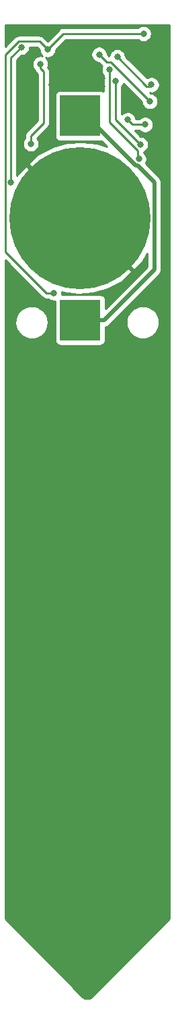
<source format=gbr>
G04 #@! TF.GenerationSoftware,KiCad,Pcbnew,(5.1.2-1)-1*
G04 #@! TF.CreationDate,2021-09-12T16:02:30+02:00*
G04 #@! TF.ProjectId,parasite,70617261-7369-4746-952e-6b696361645f,1.2.0*
G04 #@! TF.SameCoordinates,Original*
G04 #@! TF.FileFunction,Copper,L2,Bot*
G04 #@! TF.FilePolarity,Positive*
%FSLAX46Y46*%
G04 Gerber Fmt 4.6, Leading zero omitted, Abs format (unit mm)*
G04 Created by KiCad (PCBNEW (5.1.2-1)-1) date 2021-09-12 16:02:30*
%MOMM*%
%LPD*%
G04 APERTURE LIST*
%ADD10C,17.800000*%
%ADD11R,5.100000X5.100000*%
%ADD12C,0.800000*%
%ADD13C,0.250000*%
%ADD14C,0.500000*%
%ADD15C,0.254000*%
G04 APERTURE END LIST*
D10*
X67100000Y-54900000D03*
D11*
X67100000Y-42100000D03*
X67100000Y-67700000D03*
D12*
X68700000Y-60700000D03*
X65800000Y-61100000D03*
X74800000Y-53800000D03*
X74800000Y-54700000D03*
X71300000Y-52400000D03*
X72200000Y-52400000D03*
X63500000Y-51400000D03*
X63500000Y-50500000D03*
X63500000Y-49600000D03*
X67198744Y-55038241D03*
X64100000Y-55237500D03*
X65862500Y-55237500D03*
X63500000Y-38200000D03*
X64700000Y-38200000D03*
X65800000Y-38200000D03*
X67100000Y-38200000D03*
X63600000Y-41600000D03*
X63600000Y-42700000D03*
X69900000Y-37400000D03*
X69900000Y-38400000D03*
X58500000Y-31300000D03*
X58500000Y-32200000D03*
X67100000Y-67700000D03*
X67800000Y-67000000D03*
X68550000Y-66250000D03*
X63000000Y-33800000D03*
X75100000Y-31800000D03*
X63800000Y-64300000D03*
X62100000Y-35600000D03*
X60900000Y-45600000D03*
X58400000Y-50400000D03*
X59699999Y-33500000D03*
X71800000Y-34700000D03*
X76100000Y-38200000D03*
X69500000Y-34400000D03*
X75900000Y-40300000D03*
X69500000Y-34400000D03*
X75300000Y-43200000D03*
X73119000Y-42600000D03*
X74700000Y-45700000D03*
X71600000Y-37700000D03*
X70800000Y-36300000D03*
X74493886Y-47510431D03*
D13*
X63225000Y-38275000D02*
X63300000Y-38200000D01*
X63200000Y-38200000D02*
X64500000Y-38200000D01*
X65800000Y-38200000D02*
X67100000Y-38200000D01*
D14*
X76450001Y-61399999D02*
X76450001Y-50450001D01*
X70150000Y-67700000D02*
X76450001Y-61399999D01*
X67100000Y-67700000D02*
X70150000Y-67700000D01*
X67825453Y-42100000D02*
X67100000Y-42100000D01*
X74085885Y-48360432D02*
X67825453Y-42100000D01*
X74360432Y-48360432D02*
X74085885Y-48360432D01*
X76450001Y-50450001D02*
X74360432Y-48360432D01*
D13*
X65000000Y-31800000D02*
X75100000Y-31800000D01*
X63000000Y-33800000D02*
X65000000Y-31800000D01*
X62846998Y-64300000D02*
X63800000Y-64300000D01*
X59351998Y-32774999D02*
X57674999Y-34451998D01*
X57674999Y-59128001D02*
X62846998Y-64300000D01*
X57674999Y-34451998D02*
X57674999Y-59128001D01*
X61974999Y-32774999D02*
X59351998Y-32774999D01*
X63000000Y-33800000D02*
X61974999Y-32774999D01*
X62100000Y-36165685D02*
X62500000Y-36565685D01*
X62100000Y-35600000D02*
X62100000Y-36165685D01*
X62500000Y-36565685D02*
X62500000Y-43000000D01*
X62500000Y-43000000D02*
X60900000Y-44600000D01*
X60900000Y-44600000D02*
X60900000Y-45600000D01*
X58400000Y-34799999D02*
X58400000Y-50400000D01*
X59699999Y-33500000D02*
X58400000Y-34799999D01*
X71800000Y-34700000D02*
X75500000Y-38400000D01*
X75900000Y-38400000D02*
X76100000Y-38200000D01*
X75500000Y-38400000D02*
X75900000Y-38400000D01*
X71000001Y-35400001D02*
X75900000Y-40300000D01*
X69500000Y-34400000D02*
X69899999Y-34799999D01*
X70500001Y-35400001D02*
X69500000Y-34400000D01*
X71000001Y-35400001D02*
X70500001Y-35400001D01*
X73719000Y-43200000D02*
X73119000Y-42600000D01*
X75300000Y-43200000D02*
X73719000Y-43200000D01*
X74700000Y-45700000D02*
X71600000Y-42600000D01*
X71600000Y-42600000D02*
X71600000Y-37700000D01*
X74400000Y-47500000D02*
X74400000Y-46500000D01*
X74400000Y-46500000D02*
X70800000Y-42900000D01*
X70800000Y-42900000D02*
X70800000Y-36300000D01*
D15*
G36*
X78340000Y-142726619D02*
G01*
X68556139Y-152510479D01*
X68417802Y-152624109D01*
X68288623Y-152693375D01*
X68148451Y-152736230D01*
X68002623Y-152751043D01*
X67856695Y-152737248D01*
X67716222Y-152695371D01*
X67586563Y-152627010D01*
X67448982Y-152515599D01*
X57660000Y-142726620D01*
X57660000Y-68029240D01*
X58905990Y-68029240D01*
X58951550Y-68435412D01*
X59075134Y-68824999D01*
X59272036Y-69183162D01*
X59534755Y-69496259D01*
X59853285Y-69752364D01*
X60215494Y-69941721D01*
X60607583Y-70057120D01*
X61014620Y-70094163D01*
X61421100Y-70051440D01*
X61811541Y-69930579D01*
X62171070Y-69736182D01*
X62485993Y-69475655D01*
X62744315Y-69158920D01*
X62936197Y-68798043D01*
X63054330Y-68406768D01*
X63094214Y-68000000D01*
X63093397Y-67941526D01*
X63042171Y-67536030D01*
X62913160Y-67148206D01*
X62711276Y-66792827D01*
X62444211Y-66483429D01*
X62122136Y-66231797D01*
X61757319Y-66047514D01*
X61363656Y-65937602D01*
X60956142Y-65906245D01*
X60550298Y-65954639D01*
X60161583Y-66080940D01*
X59804804Y-66280338D01*
X59493549Y-66545237D01*
X59239674Y-66865547D01*
X59052849Y-67229068D01*
X58940191Y-67621954D01*
X58905990Y-68029240D01*
X57660000Y-68029240D01*
X57660000Y-60187803D01*
X62283199Y-64811003D01*
X62306997Y-64840001D01*
X62335995Y-64863799D01*
X62422721Y-64934974D01*
X62554751Y-65005546D01*
X62698012Y-65049003D01*
X62809665Y-65060000D01*
X62809674Y-65060000D01*
X62846997Y-65063676D01*
X62884320Y-65060000D01*
X63096289Y-65060000D01*
X63140226Y-65103937D01*
X63309744Y-65217205D01*
X63498102Y-65295226D01*
X63698061Y-65335000D01*
X63901939Y-65335000D01*
X63911928Y-65333013D01*
X63911928Y-70250000D01*
X63924188Y-70374482D01*
X63960498Y-70494180D01*
X64019463Y-70604494D01*
X64098815Y-70701185D01*
X64195506Y-70780537D01*
X64305820Y-70839502D01*
X64425518Y-70875812D01*
X64550000Y-70888072D01*
X69650000Y-70888072D01*
X69774482Y-70875812D01*
X69894180Y-70839502D01*
X70004494Y-70780537D01*
X70101185Y-70701185D01*
X70180537Y-70604494D01*
X70239502Y-70494180D01*
X70275812Y-70374482D01*
X70288072Y-70250000D01*
X70288072Y-68575683D01*
X70323490Y-68572195D01*
X70490313Y-68521589D01*
X70644059Y-68439411D01*
X70778817Y-68328817D01*
X70806534Y-68295044D01*
X71072338Y-68029240D01*
X72905990Y-68029240D01*
X72951550Y-68435412D01*
X73075134Y-68824999D01*
X73272036Y-69183162D01*
X73534755Y-69496259D01*
X73853285Y-69752364D01*
X74215494Y-69941721D01*
X74607583Y-70057120D01*
X75014620Y-70094163D01*
X75421100Y-70051440D01*
X75811541Y-69930579D01*
X76171070Y-69736182D01*
X76485993Y-69475655D01*
X76744315Y-69158920D01*
X76936197Y-68798043D01*
X77054330Y-68406768D01*
X77094214Y-68000000D01*
X77093397Y-67941526D01*
X77042171Y-67536030D01*
X76913160Y-67148206D01*
X76711276Y-66792827D01*
X76444211Y-66483429D01*
X76122136Y-66231797D01*
X75757319Y-66047514D01*
X75363656Y-65937602D01*
X74956142Y-65906245D01*
X74550298Y-65954639D01*
X74161583Y-66080940D01*
X73804804Y-66280338D01*
X73493549Y-66545237D01*
X73239674Y-66865547D01*
X73052849Y-67229068D01*
X72940191Y-67621954D01*
X72905990Y-68029240D01*
X71072338Y-68029240D01*
X77045052Y-62056527D01*
X77078818Y-62028816D01*
X77189412Y-61894058D01*
X77271590Y-61740312D01*
X77322196Y-61573489D01*
X77335001Y-61443476D01*
X77335001Y-61443468D01*
X77339282Y-61399999D01*
X77335001Y-61356530D01*
X77335001Y-50493470D01*
X77339282Y-50450001D01*
X77335001Y-50406532D01*
X77335001Y-50406524D01*
X77322196Y-50276511D01*
X77271590Y-50109688D01*
X77189412Y-49955942D01*
X77078818Y-49821184D01*
X77045050Y-49793471D01*
X75347474Y-48095896D01*
X75411091Y-48000687D01*
X75489112Y-47812329D01*
X75528886Y-47612370D01*
X75528886Y-47408492D01*
X75489112Y-47208533D01*
X75411091Y-47020175D01*
X75297823Y-46850657D01*
X75160000Y-46712834D01*
X75160000Y-46629738D01*
X75190256Y-46617205D01*
X75359774Y-46503937D01*
X75503937Y-46359774D01*
X75617205Y-46190256D01*
X75695226Y-46001898D01*
X75735000Y-45801939D01*
X75735000Y-45598061D01*
X75695226Y-45398102D01*
X75617205Y-45209744D01*
X75503937Y-45040226D01*
X75359774Y-44896063D01*
X75190256Y-44782795D01*
X75001898Y-44704774D01*
X74801939Y-44665000D01*
X74739802Y-44665000D01*
X74034802Y-43960000D01*
X74596289Y-43960000D01*
X74640226Y-44003937D01*
X74809744Y-44117205D01*
X74998102Y-44195226D01*
X75198061Y-44235000D01*
X75401939Y-44235000D01*
X75601898Y-44195226D01*
X75790256Y-44117205D01*
X75959774Y-44003937D01*
X76103937Y-43859774D01*
X76217205Y-43690256D01*
X76295226Y-43501898D01*
X76335000Y-43301939D01*
X76335000Y-43098061D01*
X76295226Y-42898102D01*
X76217205Y-42709744D01*
X76103937Y-42540226D01*
X75959774Y-42396063D01*
X75790256Y-42282795D01*
X75601898Y-42204774D01*
X75401939Y-42165000D01*
X75198061Y-42165000D01*
X74998102Y-42204774D01*
X74809744Y-42282795D01*
X74640226Y-42396063D01*
X74596289Y-42440000D01*
X74142451Y-42440000D01*
X74114226Y-42298102D01*
X74036205Y-42109744D01*
X73922937Y-41940226D01*
X73778774Y-41796063D01*
X73609256Y-41682795D01*
X73420898Y-41604774D01*
X73220939Y-41565000D01*
X73017061Y-41565000D01*
X72817102Y-41604774D01*
X72628744Y-41682795D01*
X72459226Y-41796063D01*
X72360000Y-41895289D01*
X72360000Y-38403711D01*
X72403937Y-38359774D01*
X72517205Y-38190256D01*
X72575271Y-38050073D01*
X74865000Y-40339802D01*
X74865000Y-40401939D01*
X74904774Y-40601898D01*
X74982795Y-40790256D01*
X75096063Y-40959774D01*
X75240226Y-41103937D01*
X75409744Y-41217205D01*
X75598102Y-41295226D01*
X75798061Y-41335000D01*
X76001939Y-41335000D01*
X76201898Y-41295226D01*
X76390256Y-41217205D01*
X76559774Y-41103937D01*
X76703937Y-40959774D01*
X76817205Y-40790256D01*
X76895226Y-40601898D01*
X76935000Y-40401939D01*
X76935000Y-40198061D01*
X76895226Y-39998102D01*
X76817205Y-39809744D01*
X76703937Y-39640226D01*
X76559774Y-39496063D01*
X76390256Y-39382795D01*
X76201898Y-39304774D01*
X76001939Y-39265000D01*
X75939802Y-39265000D01*
X75887887Y-39213085D01*
X75998061Y-39235000D01*
X76201939Y-39235000D01*
X76401898Y-39195226D01*
X76590256Y-39117205D01*
X76759774Y-39003937D01*
X76903937Y-38859774D01*
X77017205Y-38690256D01*
X77095226Y-38501898D01*
X77135000Y-38301939D01*
X77135000Y-38098061D01*
X77095226Y-37898102D01*
X77017205Y-37709744D01*
X76903937Y-37540226D01*
X76759774Y-37396063D01*
X76590256Y-37282795D01*
X76401898Y-37204774D01*
X76201939Y-37165000D01*
X75998061Y-37165000D01*
X75798102Y-37204774D01*
X75609744Y-37282795D01*
X75518538Y-37343736D01*
X72835000Y-34660199D01*
X72835000Y-34598061D01*
X72795226Y-34398102D01*
X72717205Y-34209744D01*
X72603937Y-34040226D01*
X72459774Y-33896063D01*
X72290256Y-33782795D01*
X72101898Y-33704774D01*
X71901939Y-33665000D01*
X71698061Y-33665000D01*
X71498102Y-33704774D01*
X71309744Y-33782795D01*
X71140226Y-33896063D01*
X70996063Y-34040226D01*
X70882795Y-34209744D01*
X70804774Y-34398102D01*
X70766305Y-34591503D01*
X70535000Y-34360199D01*
X70535000Y-34298061D01*
X70495226Y-34098102D01*
X70417205Y-33909744D01*
X70303937Y-33740226D01*
X70159774Y-33596063D01*
X69990256Y-33482795D01*
X69801898Y-33404774D01*
X69601939Y-33365000D01*
X69398061Y-33365000D01*
X69198102Y-33404774D01*
X69009744Y-33482795D01*
X68840226Y-33596063D01*
X68696063Y-33740226D01*
X68582795Y-33909744D01*
X68504774Y-34098102D01*
X68465000Y-34298061D01*
X68465000Y-34501939D01*
X68504774Y-34701898D01*
X68582795Y-34890256D01*
X68696063Y-35059774D01*
X68840226Y-35203937D01*
X69009744Y-35317205D01*
X69198102Y-35395226D01*
X69398061Y-35435000D01*
X69460199Y-35435000D01*
X69868779Y-35843581D01*
X69804774Y-35998102D01*
X69765000Y-36198061D01*
X69765000Y-36401939D01*
X69804774Y-36601898D01*
X69882795Y-36790256D01*
X69996063Y-36959774D01*
X70040001Y-37003712D01*
X70040001Y-39048602D01*
X70004494Y-39019463D01*
X69894180Y-38960498D01*
X69774482Y-38924188D01*
X69650000Y-38911928D01*
X64550000Y-38911928D01*
X64425518Y-38924188D01*
X64305820Y-38960498D01*
X64195506Y-39019463D01*
X64098815Y-39098815D01*
X64019463Y-39195506D01*
X63960498Y-39305820D01*
X63924188Y-39425518D01*
X63911928Y-39550000D01*
X63911928Y-44650000D01*
X63924188Y-44774482D01*
X63960498Y-44894180D01*
X64019463Y-45004494D01*
X64098815Y-45101185D01*
X64195506Y-45180537D01*
X64305820Y-45239502D01*
X64425518Y-45275812D01*
X64550000Y-45288072D01*
X69650000Y-45288072D01*
X69751910Y-45278035D01*
X70433997Y-45960123D01*
X69212984Y-45554762D01*
X67349218Y-45322106D01*
X65475875Y-45457522D01*
X63664946Y-45955808D01*
X61986024Y-46797814D01*
X61571590Y-47074730D01*
X60527775Y-48148170D01*
X67100000Y-54720395D01*
X67114143Y-54706253D01*
X67293748Y-54885858D01*
X67279605Y-54900000D01*
X73851830Y-61472225D01*
X74925270Y-60428410D01*
X75565001Y-59302989D01*
X75565001Y-61033420D01*
X70288072Y-66310350D01*
X70288072Y-65150000D01*
X70275812Y-65025518D01*
X70239502Y-64905820D01*
X70180537Y-64795506D01*
X70101185Y-64698815D01*
X70004494Y-64619463D01*
X69894180Y-64560498D01*
X69774482Y-64524188D01*
X69650000Y-64511928D01*
X64813122Y-64511928D01*
X64835000Y-64401939D01*
X64835000Y-64198061D01*
X64834299Y-64194538D01*
X64987016Y-64245238D01*
X66850782Y-64477894D01*
X68724125Y-64342478D01*
X70535054Y-63844192D01*
X72213976Y-63002186D01*
X72628410Y-62725270D01*
X73672225Y-61651830D01*
X67100000Y-55079605D01*
X67085858Y-55093748D01*
X66906253Y-54914143D01*
X66920395Y-54900000D01*
X60348170Y-48327775D01*
X59274730Y-49371590D01*
X59160000Y-49573424D01*
X59160000Y-35114800D01*
X59739801Y-34535000D01*
X59801938Y-34535000D01*
X60001897Y-34495226D01*
X60190255Y-34417205D01*
X60359773Y-34303937D01*
X60503936Y-34159774D01*
X60617204Y-33990256D01*
X60695225Y-33801898D01*
X60734999Y-33601939D01*
X60734999Y-33534999D01*
X61660198Y-33534999D01*
X61965000Y-33839802D01*
X61965000Y-33901939D01*
X62004774Y-34101898D01*
X62082795Y-34290256D01*
X62196063Y-34459774D01*
X62325958Y-34589669D01*
X62201939Y-34565000D01*
X61998061Y-34565000D01*
X61798102Y-34604774D01*
X61609744Y-34682795D01*
X61440226Y-34796063D01*
X61296063Y-34940226D01*
X61182795Y-35109744D01*
X61104774Y-35298102D01*
X61065000Y-35498061D01*
X61065000Y-35701939D01*
X61104774Y-35901898D01*
X61182795Y-36090256D01*
X61296063Y-36259774D01*
X61351013Y-36314724D01*
X61394454Y-36457932D01*
X61419037Y-36503921D01*
X61465026Y-36589961D01*
X61526610Y-36665000D01*
X61560000Y-36705686D01*
X61588998Y-36729484D01*
X61740000Y-36880487D01*
X61740001Y-42685197D01*
X60389003Y-44036196D01*
X60359999Y-44059999D01*
X60313052Y-44117205D01*
X60265026Y-44175724D01*
X60254602Y-44195226D01*
X60194454Y-44307754D01*
X60150997Y-44451015D01*
X60140000Y-44562668D01*
X60140000Y-44562678D01*
X60136324Y-44600000D01*
X60140000Y-44637323D01*
X60140000Y-44896289D01*
X60096063Y-44940226D01*
X59982795Y-45109744D01*
X59904774Y-45298102D01*
X59865000Y-45498061D01*
X59865000Y-45701939D01*
X59904774Y-45901898D01*
X59982795Y-46090256D01*
X60096063Y-46259774D01*
X60240226Y-46403937D01*
X60409744Y-46517205D01*
X60598102Y-46595226D01*
X60798061Y-46635000D01*
X61001939Y-46635000D01*
X61201898Y-46595226D01*
X61390256Y-46517205D01*
X61559774Y-46403937D01*
X61703937Y-46259774D01*
X61817205Y-46090256D01*
X61895226Y-45901898D01*
X61935000Y-45701939D01*
X61935000Y-45498061D01*
X61895226Y-45298102D01*
X61817205Y-45109744D01*
X61703937Y-44940226D01*
X61669256Y-44905545D01*
X63011003Y-43563799D01*
X63040001Y-43540001D01*
X63134974Y-43424276D01*
X63205546Y-43292247D01*
X63249003Y-43148986D01*
X63260000Y-43037333D01*
X63260000Y-43037325D01*
X63263676Y-43000000D01*
X63260000Y-42962675D01*
X63260000Y-36603007D01*
X63263676Y-36565684D01*
X63260000Y-36528361D01*
X63260000Y-36528352D01*
X63249003Y-36416699D01*
X63205546Y-36273438D01*
X63134974Y-36141409D01*
X63042627Y-36028883D01*
X63095226Y-35901898D01*
X63135000Y-35701939D01*
X63135000Y-35498061D01*
X63095226Y-35298102D01*
X63017205Y-35109744D01*
X62903937Y-34940226D01*
X62774042Y-34810331D01*
X62898061Y-34835000D01*
X63101939Y-34835000D01*
X63301898Y-34795226D01*
X63490256Y-34717205D01*
X63659774Y-34603937D01*
X63803937Y-34459774D01*
X63917205Y-34290256D01*
X63995226Y-34101898D01*
X64035000Y-33901939D01*
X64035000Y-33839801D01*
X65314802Y-32560000D01*
X74396289Y-32560000D01*
X74440226Y-32603937D01*
X74609744Y-32717205D01*
X74798102Y-32795226D01*
X74998061Y-32835000D01*
X75201939Y-32835000D01*
X75401898Y-32795226D01*
X75590256Y-32717205D01*
X75759774Y-32603937D01*
X75903937Y-32459774D01*
X76017205Y-32290256D01*
X76095226Y-32101898D01*
X76135000Y-31901939D01*
X76135000Y-31698061D01*
X76095226Y-31498102D01*
X76017205Y-31309744D01*
X75903937Y-31140226D01*
X75759774Y-30996063D01*
X75590256Y-30882795D01*
X75401898Y-30804774D01*
X75201939Y-30765000D01*
X74998061Y-30765000D01*
X74798102Y-30804774D01*
X74609744Y-30882795D01*
X74440226Y-30996063D01*
X74396289Y-31040000D01*
X65037322Y-31040000D01*
X64999999Y-31036324D01*
X64962676Y-31040000D01*
X64962667Y-31040000D01*
X64851014Y-31050997D01*
X64707753Y-31094454D01*
X64575723Y-31165026D01*
X64492083Y-31233668D01*
X64459999Y-31259999D01*
X64436201Y-31288997D01*
X63000000Y-32725199D01*
X62538803Y-32264001D01*
X62515000Y-32234998D01*
X62399275Y-32140025D01*
X62267246Y-32069453D01*
X62123985Y-32025996D01*
X62012332Y-32014999D01*
X62012321Y-32014999D01*
X61974999Y-32011323D01*
X61937677Y-32014999D01*
X59389323Y-32014999D01*
X59351998Y-32011323D01*
X59314673Y-32014999D01*
X59314665Y-32014999D01*
X59203012Y-32025996D01*
X59059751Y-32069453D01*
X58927722Y-32140025D01*
X58811997Y-32234998D01*
X58788199Y-32263996D01*
X57660000Y-33392196D01*
X57660000Y-30727000D01*
X78340001Y-30727000D01*
X78340000Y-142726619D01*
X78340000Y-142726619D01*
G37*
X78340000Y-142726619D02*
X68556139Y-152510479D01*
X68417802Y-152624109D01*
X68288623Y-152693375D01*
X68148451Y-152736230D01*
X68002623Y-152751043D01*
X67856695Y-152737248D01*
X67716222Y-152695371D01*
X67586563Y-152627010D01*
X67448982Y-152515599D01*
X57660000Y-142726620D01*
X57660000Y-68029240D01*
X58905990Y-68029240D01*
X58951550Y-68435412D01*
X59075134Y-68824999D01*
X59272036Y-69183162D01*
X59534755Y-69496259D01*
X59853285Y-69752364D01*
X60215494Y-69941721D01*
X60607583Y-70057120D01*
X61014620Y-70094163D01*
X61421100Y-70051440D01*
X61811541Y-69930579D01*
X62171070Y-69736182D01*
X62485993Y-69475655D01*
X62744315Y-69158920D01*
X62936197Y-68798043D01*
X63054330Y-68406768D01*
X63094214Y-68000000D01*
X63093397Y-67941526D01*
X63042171Y-67536030D01*
X62913160Y-67148206D01*
X62711276Y-66792827D01*
X62444211Y-66483429D01*
X62122136Y-66231797D01*
X61757319Y-66047514D01*
X61363656Y-65937602D01*
X60956142Y-65906245D01*
X60550298Y-65954639D01*
X60161583Y-66080940D01*
X59804804Y-66280338D01*
X59493549Y-66545237D01*
X59239674Y-66865547D01*
X59052849Y-67229068D01*
X58940191Y-67621954D01*
X58905990Y-68029240D01*
X57660000Y-68029240D01*
X57660000Y-60187803D01*
X62283199Y-64811003D01*
X62306997Y-64840001D01*
X62335995Y-64863799D01*
X62422721Y-64934974D01*
X62554751Y-65005546D01*
X62698012Y-65049003D01*
X62809665Y-65060000D01*
X62809674Y-65060000D01*
X62846997Y-65063676D01*
X62884320Y-65060000D01*
X63096289Y-65060000D01*
X63140226Y-65103937D01*
X63309744Y-65217205D01*
X63498102Y-65295226D01*
X63698061Y-65335000D01*
X63901939Y-65335000D01*
X63911928Y-65333013D01*
X63911928Y-70250000D01*
X63924188Y-70374482D01*
X63960498Y-70494180D01*
X64019463Y-70604494D01*
X64098815Y-70701185D01*
X64195506Y-70780537D01*
X64305820Y-70839502D01*
X64425518Y-70875812D01*
X64550000Y-70888072D01*
X69650000Y-70888072D01*
X69774482Y-70875812D01*
X69894180Y-70839502D01*
X70004494Y-70780537D01*
X70101185Y-70701185D01*
X70180537Y-70604494D01*
X70239502Y-70494180D01*
X70275812Y-70374482D01*
X70288072Y-70250000D01*
X70288072Y-68575683D01*
X70323490Y-68572195D01*
X70490313Y-68521589D01*
X70644059Y-68439411D01*
X70778817Y-68328817D01*
X70806534Y-68295044D01*
X71072338Y-68029240D01*
X72905990Y-68029240D01*
X72951550Y-68435412D01*
X73075134Y-68824999D01*
X73272036Y-69183162D01*
X73534755Y-69496259D01*
X73853285Y-69752364D01*
X74215494Y-69941721D01*
X74607583Y-70057120D01*
X75014620Y-70094163D01*
X75421100Y-70051440D01*
X75811541Y-69930579D01*
X76171070Y-69736182D01*
X76485993Y-69475655D01*
X76744315Y-69158920D01*
X76936197Y-68798043D01*
X77054330Y-68406768D01*
X77094214Y-68000000D01*
X77093397Y-67941526D01*
X77042171Y-67536030D01*
X76913160Y-67148206D01*
X76711276Y-66792827D01*
X76444211Y-66483429D01*
X76122136Y-66231797D01*
X75757319Y-66047514D01*
X75363656Y-65937602D01*
X74956142Y-65906245D01*
X74550298Y-65954639D01*
X74161583Y-66080940D01*
X73804804Y-66280338D01*
X73493549Y-66545237D01*
X73239674Y-66865547D01*
X73052849Y-67229068D01*
X72940191Y-67621954D01*
X72905990Y-68029240D01*
X71072338Y-68029240D01*
X77045052Y-62056527D01*
X77078818Y-62028816D01*
X77189412Y-61894058D01*
X77271590Y-61740312D01*
X77322196Y-61573489D01*
X77335001Y-61443476D01*
X77335001Y-61443468D01*
X77339282Y-61399999D01*
X77335001Y-61356530D01*
X77335001Y-50493470D01*
X77339282Y-50450001D01*
X77335001Y-50406532D01*
X77335001Y-50406524D01*
X77322196Y-50276511D01*
X77271590Y-50109688D01*
X77189412Y-49955942D01*
X77078818Y-49821184D01*
X77045050Y-49793471D01*
X75347474Y-48095896D01*
X75411091Y-48000687D01*
X75489112Y-47812329D01*
X75528886Y-47612370D01*
X75528886Y-47408492D01*
X75489112Y-47208533D01*
X75411091Y-47020175D01*
X75297823Y-46850657D01*
X75160000Y-46712834D01*
X75160000Y-46629738D01*
X75190256Y-46617205D01*
X75359774Y-46503937D01*
X75503937Y-46359774D01*
X75617205Y-46190256D01*
X75695226Y-46001898D01*
X75735000Y-45801939D01*
X75735000Y-45598061D01*
X75695226Y-45398102D01*
X75617205Y-45209744D01*
X75503937Y-45040226D01*
X75359774Y-44896063D01*
X75190256Y-44782795D01*
X75001898Y-44704774D01*
X74801939Y-44665000D01*
X74739802Y-44665000D01*
X74034802Y-43960000D01*
X74596289Y-43960000D01*
X74640226Y-44003937D01*
X74809744Y-44117205D01*
X74998102Y-44195226D01*
X75198061Y-44235000D01*
X75401939Y-44235000D01*
X75601898Y-44195226D01*
X75790256Y-44117205D01*
X75959774Y-44003937D01*
X76103937Y-43859774D01*
X76217205Y-43690256D01*
X76295226Y-43501898D01*
X76335000Y-43301939D01*
X76335000Y-43098061D01*
X76295226Y-42898102D01*
X76217205Y-42709744D01*
X76103937Y-42540226D01*
X75959774Y-42396063D01*
X75790256Y-42282795D01*
X75601898Y-42204774D01*
X75401939Y-42165000D01*
X75198061Y-42165000D01*
X74998102Y-42204774D01*
X74809744Y-42282795D01*
X74640226Y-42396063D01*
X74596289Y-42440000D01*
X74142451Y-42440000D01*
X74114226Y-42298102D01*
X74036205Y-42109744D01*
X73922937Y-41940226D01*
X73778774Y-41796063D01*
X73609256Y-41682795D01*
X73420898Y-41604774D01*
X73220939Y-41565000D01*
X73017061Y-41565000D01*
X72817102Y-41604774D01*
X72628744Y-41682795D01*
X72459226Y-41796063D01*
X72360000Y-41895289D01*
X72360000Y-38403711D01*
X72403937Y-38359774D01*
X72517205Y-38190256D01*
X72575271Y-38050073D01*
X74865000Y-40339802D01*
X74865000Y-40401939D01*
X74904774Y-40601898D01*
X74982795Y-40790256D01*
X75096063Y-40959774D01*
X75240226Y-41103937D01*
X75409744Y-41217205D01*
X75598102Y-41295226D01*
X75798061Y-41335000D01*
X76001939Y-41335000D01*
X76201898Y-41295226D01*
X76390256Y-41217205D01*
X76559774Y-41103937D01*
X76703937Y-40959774D01*
X76817205Y-40790256D01*
X76895226Y-40601898D01*
X76935000Y-40401939D01*
X76935000Y-40198061D01*
X76895226Y-39998102D01*
X76817205Y-39809744D01*
X76703937Y-39640226D01*
X76559774Y-39496063D01*
X76390256Y-39382795D01*
X76201898Y-39304774D01*
X76001939Y-39265000D01*
X75939802Y-39265000D01*
X75887887Y-39213085D01*
X75998061Y-39235000D01*
X76201939Y-39235000D01*
X76401898Y-39195226D01*
X76590256Y-39117205D01*
X76759774Y-39003937D01*
X76903937Y-38859774D01*
X77017205Y-38690256D01*
X77095226Y-38501898D01*
X77135000Y-38301939D01*
X77135000Y-38098061D01*
X77095226Y-37898102D01*
X77017205Y-37709744D01*
X76903937Y-37540226D01*
X76759774Y-37396063D01*
X76590256Y-37282795D01*
X76401898Y-37204774D01*
X76201939Y-37165000D01*
X75998061Y-37165000D01*
X75798102Y-37204774D01*
X75609744Y-37282795D01*
X75518538Y-37343736D01*
X72835000Y-34660199D01*
X72835000Y-34598061D01*
X72795226Y-34398102D01*
X72717205Y-34209744D01*
X72603937Y-34040226D01*
X72459774Y-33896063D01*
X72290256Y-33782795D01*
X72101898Y-33704774D01*
X71901939Y-33665000D01*
X71698061Y-33665000D01*
X71498102Y-33704774D01*
X71309744Y-33782795D01*
X71140226Y-33896063D01*
X70996063Y-34040226D01*
X70882795Y-34209744D01*
X70804774Y-34398102D01*
X70766305Y-34591503D01*
X70535000Y-34360199D01*
X70535000Y-34298061D01*
X70495226Y-34098102D01*
X70417205Y-33909744D01*
X70303937Y-33740226D01*
X70159774Y-33596063D01*
X69990256Y-33482795D01*
X69801898Y-33404774D01*
X69601939Y-33365000D01*
X69398061Y-33365000D01*
X69198102Y-33404774D01*
X69009744Y-33482795D01*
X68840226Y-33596063D01*
X68696063Y-33740226D01*
X68582795Y-33909744D01*
X68504774Y-34098102D01*
X68465000Y-34298061D01*
X68465000Y-34501939D01*
X68504774Y-34701898D01*
X68582795Y-34890256D01*
X68696063Y-35059774D01*
X68840226Y-35203937D01*
X69009744Y-35317205D01*
X69198102Y-35395226D01*
X69398061Y-35435000D01*
X69460199Y-35435000D01*
X69868779Y-35843581D01*
X69804774Y-35998102D01*
X69765000Y-36198061D01*
X69765000Y-36401939D01*
X69804774Y-36601898D01*
X69882795Y-36790256D01*
X69996063Y-36959774D01*
X70040001Y-37003712D01*
X70040001Y-39048602D01*
X70004494Y-39019463D01*
X69894180Y-38960498D01*
X69774482Y-38924188D01*
X69650000Y-38911928D01*
X64550000Y-38911928D01*
X64425518Y-38924188D01*
X64305820Y-38960498D01*
X64195506Y-39019463D01*
X64098815Y-39098815D01*
X64019463Y-39195506D01*
X63960498Y-39305820D01*
X63924188Y-39425518D01*
X63911928Y-39550000D01*
X63911928Y-44650000D01*
X63924188Y-44774482D01*
X63960498Y-44894180D01*
X64019463Y-45004494D01*
X64098815Y-45101185D01*
X64195506Y-45180537D01*
X64305820Y-45239502D01*
X64425518Y-45275812D01*
X64550000Y-45288072D01*
X69650000Y-45288072D01*
X69751910Y-45278035D01*
X70433997Y-45960123D01*
X69212984Y-45554762D01*
X67349218Y-45322106D01*
X65475875Y-45457522D01*
X63664946Y-45955808D01*
X61986024Y-46797814D01*
X61571590Y-47074730D01*
X60527775Y-48148170D01*
X67100000Y-54720395D01*
X67114143Y-54706253D01*
X67293748Y-54885858D01*
X67279605Y-54900000D01*
X73851830Y-61472225D01*
X74925270Y-60428410D01*
X75565001Y-59302989D01*
X75565001Y-61033420D01*
X70288072Y-66310350D01*
X70288072Y-65150000D01*
X70275812Y-65025518D01*
X70239502Y-64905820D01*
X70180537Y-64795506D01*
X70101185Y-64698815D01*
X70004494Y-64619463D01*
X69894180Y-64560498D01*
X69774482Y-64524188D01*
X69650000Y-64511928D01*
X64813122Y-64511928D01*
X64835000Y-64401939D01*
X64835000Y-64198061D01*
X64834299Y-64194538D01*
X64987016Y-64245238D01*
X66850782Y-64477894D01*
X68724125Y-64342478D01*
X70535054Y-63844192D01*
X72213976Y-63002186D01*
X72628410Y-62725270D01*
X73672225Y-61651830D01*
X67100000Y-55079605D01*
X67085858Y-55093748D01*
X66906253Y-54914143D01*
X66920395Y-54900000D01*
X60348170Y-48327775D01*
X59274730Y-49371590D01*
X59160000Y-49573424D01*
X59160000Y-35114800D01*
X59739801Y-34535000D01*
X59801938Y-34535000D01*
X60001897Y-34495226D01*
X60190255Y-34417205D01*
X60359773Y-34303937D01*
X60503936Y-34159774D01*
X60617204Y-33990256D01*
X60695225Y-33801898D01*
X60734999Y-33601939D01*
X60734999Y-33534999D01*
X61660198Y-33534999D01*
X61965000Y-33839802D01*
X61965000Y-33901939D01*
X62004774Y-34101898D01*
X62082795Y-34290256D01*
X62196063Y-34459774D01*
X62325958Y-34589669D01*
X62201939Y-34565000D01*
X61998061Y-34565000D01*
X61798102Y-34604774D01*
X61609744Y-34682795D01*
X61440226Y-34796063D01*
X61296063Y-34940226D01*
X61182795Y-35109744D01*
X61104774Y-35298102D01*
X61065000Y-35498061D01*
X61065000Y-35701939D01*
X61104774Y-35901898D01*
X61182795Y-36090256D01*
X61296063Y-36259774D01*
X61351013Y-36314724D01*
X61394454Y-36457932D01*
X61419037Y-36503921D01*
X61465026Y-36589961D01*
X61526610Y-36665000D01*
X61560000Y-36705686D01*
X61588998Y-36729484D01*
X61740000Y-36880487D01*
X61740001Y-42685197D01*
X60389003Y-44036196D01*
X60359999Y-44059999D01*
X60313052Y-44117205D01*
X60265026Y-44175724D01*
X60254602Y-44195226D01*
X60194454Y-44307754D01*
X60150997Y-44451015D01*
X60140000Y-44562668D01*
X60140000Y-44562678D01*
X60136324Y-44600000D01*
X60140000Y-44637323D01*
X60140000Y-44896289D01*
X60096063Y-44940226D01*
X59982795Y-45109744D01*
X59904774Y-45298102D01*
X59865000Y-45498061D01*
X59865000Y-45701939D01*
X59904774Y-45901898D01*
X59982795Y-46090256D01*
X60096063Y-46259774D01*
X60240226Y-46403937D01*
X60409744Y-46517205D01*
X60598102Y-46595226D01*
X60798061Y-46635000D01*
X61001939Y-46635000D01*
X61201898Y-46595226D01*
X61390256Y-46517205D01*
X61559774Y-46403937D01*
X61703937Y-46259774D01*
X61817205Y-46090256D01*
X61895226Y-45901898D01*
X61935000Y-45701939D01*
X61935000Y-45498061D01*
X61895226Y-45298102D01*
X61817205Y-45109744D01*
X61703937Y-44940226D01*
X61669256Y-44905545D01*
X63011003Y-43563799D01*
X63040001Y-43540001D01*
X63134974Y-43424276D01*
X63205546Y-43292247D01*
X63249003Y-43148986D01*
X63260000Y-43037333D01*
X63260000Y-43037325D01*
X63263676Y-43000000D01*
X63260000Y-42962675D01*
X63260000Y-36603007D01*
X63263676Y-36565684D01*
X63260000Y-36528361D01*
X63260000Y-36528352D01*
X63249003Y-36416699D01*
X63205546Y-36273438D01*
X63134974Y-36141409D01*
X63042627Y-36028883D01*
X63095226Y-35901898D01*
X63135000Y-35701939D01*
X63135000Y-35498061D01*
X63095226Y-35298102D01*
X63017205Y-35109744D01*
X62903937Y-34940226D01*
X62774042Y-34810331D01*
X62898061Y-34835000D01*
X63101939Y-34835000D01*
X63301898Y-34795226D01*
X63490256Y-34717205D01*
X63659774Y-34603937D01*
X63803937Y-34459774D01*
X63917205Y-34290256D01*
X63995226Y-34101898D01*
X64035000Y-33901939D01*
X64035000Y-33839801D01*
X65314802Y-32560000D01*
X74396289Y-32560000D01*
X74440226Y-32603937D01*
X74609744Y-32717205D01*
X74798102Y-32795226D01*
X74998061Y-32835000D01*
X75201939Y-32835000D01*
X75401898Y-32795226D01*
X75590256Y-32717205D01*
X75759774Y-32603937D01*
X75903937Y-32459774D01*
X76017205Y-32290256D01*
X76095226Y-32101898D01*
X76135000Y-31901939D01*
X76135000Y-31698061D01*
X76095226Y-31498102D01*
X76017205Y-31309744D01*
X75903937Y-31140226D01*
X75759774Y-30996063D01*
X75590256Y-30882795D01*
X75401898Y-30804774D01*
X75201939Y-30765000D01*
X74998061Y-30765000D01*
X74798102Y-30804774D01*
X74609744Y-30882795D01*
X74440226Y-30996063D01*
X74396289Y-31040000D01*
X65037322Y-31040000D01*
X64999999Y-31036324D01*
X64962676Y-31040000D01*
X64962667Y-31040000D01*
X64851014Y-31050997D01*
X64707753Y-31094454D01*
X64575723Y-31165026D01*
X64492083Y-31233668D01*
X64459999Y-31259999D01*
X64436201Y-31288997D01*
X63000000Y-32725199D01*
X62538803Y-32264001D01*
X62515000Y-32234998D01*
X62399275Y-32140025D01*
X62267246Y-32069453D01*
X62123985Y-32025996D01*
X62012332Y-32014999D01*
X62012321Y-32014999D01*
X61974999Y-32011323D01*
X61937677Y-32014999D01*
X59389323Y-32014999D01*
X59351998Y-32011323D01*
X59314673Y-32014999D01*
X59314665Y-32014999D01*
X59203012Y-32025996D01*
X59059751Y-32069453D01*
X58927722Y-32140025D01*
X58811997Y-32234998D01*
X58788199Y-32263996D01*
X57660000Y-33392196D01*
X57660000Y-30727000D01*
X78340001Y-30727000D01*
X78340000Y-142726619D01*
M02*

</source>
